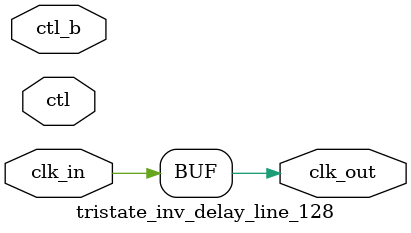
<source format=v>

module tristate_inv_delay_line_128(
`ifdef USE_POWER_PINS
    vdd,
    vss,
`endif
    clk_in, clk_out, ctl, ctl_b
  );

  parameter CONTROL_WIDTH = 128 ;

`ifdef USE_POWER_PINS
    inout vdd; // power
    inout vss; // ground
`endif
  input  clk_in; // source clock
  output reg clk_out; // delayed clock
  input  [CONTROL_WIDTH-1:0] ctl; // control code (one-hot)
  input  [CONTROL_WIDTH-1:0] ctl_b; // complementary control code ("one-cold")


  always @(*) begin
    clk_out = #1 clk_in;
  end

endmodule


</source>
